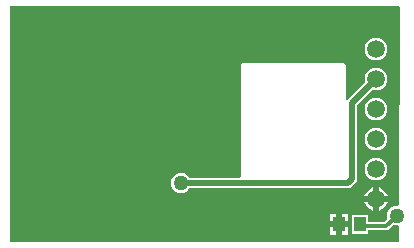
<source format=gbr>
%TF.GenerationSoftware,Altium Limited,Altium Designer,21.2.1 (34)*%
G04 Layer_Physical_Order=2*
G04 Layer_Color=16711680*
%FSLAX26Y26*%
%MOIN*%
%TF.SameCoordinates,A0A043E5-24E2-464B-A4FE-AC519CE3A301*%
%TF.FilePolarity,Positive*%
%TF.FileFunction,Copper,L2,Bot,Signal*%
%TF.Part,Single*%
G01*
G75*
%TA.AperFunction,Conductor*%
%ADD12C,0.019685*%
%TA.AperFunction,ComponentPad*%
%ADD13C,0.059055*%
%TA.AperFunction,ViaPad*%
%ADD14C,0.050000*%
%TA.AperFunction,SMDPad,CuDef*%
%ADD15R,0.039370X0.049213*%
%TA.AperFunction,Conductor*%
%ADD16C,0.011811*%
G36*
X1375575Y866142D02*
X1379105Y862601D01*
X1377339Y204436D01*
X1372327Y200052D01*
X1368110Y200608D01*
X1359495Y199473D01*
X1351468Y196148D01*
X1344574Y190859D01*
X1339285Y183965D01*
X1335960Y175938D01*
X1334825Y167323D01*
X1335960Y158708D01*
X1336980Y156244D01*
X1327203Y146466D01*
X1273748D01*
Y170402D01*
X1218378D01*
Y105189D01*
X1273748D01*
Y118110D01*
X1333075D01*
X1338501Y119189D01*
X1343101Y122263D01*
X1357031Y136193D01*
X1359495Y135172D01*
X1368110Y134038D01*
X1372152Y134570D01*
X1377140Y130184D01*
X1377002Y78740D01*
X78740D01*
Y866142D01*
X1375575Y866142D01*
D02*
G37*
%LPC*%
G36*
X1299213Y760292D02*
X1289416Y759002D01*
X1280287Y755221D01*
X1272448Y749206D01*
X1266432Y741366D01*
X1262651Y732237D01*
X1261361Y722441D01*
X1262651Y712644D01*
X1266432Y703515D01*
X1272448Y695676D01*
X1280287Y689661D01*
X1289416Y685879D01*
X1299213Y684590D01*
X1309009Y685879D01*
X1318138Y689661D01*
X1325977Y695676D01*
X1331993Y703515D01*
X1335774Y712644D01*
X1337064Y722441D01*
X1335774Y732237D01*
X1331993Y741366D01*
X1325977Y749206D01*
X1318138Y755221D01*
X1309009Y759002D01*
X1299213Y760292D01*
D02*
G37*
G36*
X1190945Y675480D02*
X856299D01*
X853178Y674859D01*
X850532Y673091D01*
X848763Y670444D01*
X848143Y667323D01*
Y297244D01*
X843733Y293783D01*
X677243D01*
X673142Y299127D01*
X666249Y304416D01*
X658221Y307741D01*
X649606Y308875D01*
X640992Y307741D01*
X632964Y304416D01*
X626070Y299127D01*
X620781Y292233D01*
X617456Y284205D01*
X616322Y275591D01*
X617456Y266976D01*
X620781Y258948D01*
X626070Y252055D01*
X632964Y246765D01*
X640992Y243440D01*
X649606Y242306D01*
X658221Y243440D01*
X666249Y246765D01*
X673142Y252055D01*
X677243Y257399D01*
X1204367D01*
X1204367Y257398D01*
X1211329Y258783D01*
X1217231Y262727D01*
X1231493Y276990D01*
X1231494Y276990D01*
X1235437Y282892D01*
X1236822Y289853D01*
X1236822Y289854D01*
Y534323D01*
X1288682Y586183D01*
X1289416Y585879D01*
X1299213Y584590D01*
X1309009Y585879D01*
X1318138Y589661D01*
X1325977Y595676D01*
X1331993Y603515D01*
X1335774Y612644D01*
X1337064Y622441D01*
X1335774Y632237D01*
X1331993Y641366D01*
X1325977Y649206D01*
X1318138Y655221D01*
X1309009Y659002D01*
X1299213Y660292D01*
X1289416Y659002D01*
X1280287Y655221D01*
X1272448Y649206D01*
X1266432Y641366D01*
X1262651Y632237D01*
X1261361Y622441D01*
X1262651Y612644D01*
X1262955Y611911D01*
X1205766Y554722D01*
X1204102Y552231D01*
X1199102Y553748D01*
Y667323D01*
X1198481Y670444D01*
X1196713Y673091D01*
X1194066Y674859D01*
X1190945Y675480D01*
D02*
G37*
G36*
X1299213Y560292D02*
X1289416Y559002D01*
X1280287Y555221D01*
X1272448Y549206D01*
X1266432Y541366D01*
X1262651Y532237D01*
X1261361Y522441D01*
X1262651Y512644D01*
X1266432Y503515D01*
X1272448Y495676D01*
X1280287Y489661D01*
X1289416Y485879D01*
X1299213Y484590D01*
X1309009Y485879D01*
X1318138Y489661D01*
X1325977Y495676D01*
X1331993Y503515D01*
X1335774Y512644D01*
X1337064Y522441D01*
X1335774Y532237D01*
X1331993Y541366D01*
X1325977Y549206D01*
X1318138Y555221D01*
X1309009Y559002D01*
X1299213Y560292D01*
D02*
G37*
G36*
Y460292D02*
X1289416Y459002D01*
X1280287Y455221D01*
X1272448Y449206D01*
X1266432Y441366D01*
X1262651Y432238D01*
X1261361Y422441D01*
X1262651Y412644D01*
X1266432Y403515D01*
X1272448Y395676D01*
X1280287Y389661D01*
X1289416Y385879D01*
X1299213Y384590D01*
X1309009Y385879D01*
X1318138Y389661D01*
X1325977Y395676D01*
X1331993Y403515D01*
X1335774Y412644D01*
X1337064Y422441D01*
X1335774Y432238D01*
X1331993Y441366D01*
X1325977Y449206D01*
X1318138Y455221D01*
X1309009Y459002D01*
X1299213Y460292D01*
D02*
G37*
G36*
Y360292D02*
X1289416Y359002D01*
X1280287Y355221D01*
X1272448Y349206D01*
X1266432Y341366D01*
X1262651Y332238D01*
X1261361Y322441D01*
X1262651Y312644D01*
X1266432Y303515D01*
X1272448Y295676D01*
X1280287Y289661D01*
X1289416Y285879D01*
X1299213Y284590D01*
X1309009Y285879D01*
X1318138Y289661D01*
X1325977Y295676D01*
X1331993Y303515D01*
X1335774Y312644D01*
X1337064Y322441D01*
X1335774Y332238D01*
X1331993Y341366D01*
X1325977Y349206D01*
X1318138Y355221D01*
X1309009Y359002D01*
X1299213Y360292D01*
D02*
G37*
G36*
X1309213Y260993D02*
Y232441D01*
X1337765D01*
X1337723Y232760D01*
X1333740Y242375D01*
X1327404Y250632D01*
X1319147Y256968D01*
X1309531Y260951D01*
X1309213Y260993D01*
D02*
G37*
G36*
X1289213D02*
X1288894Y260951D01*
X1279278Y256968D01*
X1271021Y250632D01*
X1264685Y242375D01*
X1260703Y232760D01*
X1260660Y232441D01*
X1289213D01*
Y260993D01*
D02*
G37*
G36*
X1337765Y212441D02*
X1309213D01*
Y183889D01*
X1309531Y183931D01*
X1319147Y187914D01*
X1327404Y194250D01*
X1333740Y202507D01*
X1337723Y212122D01*
X1337765Y212441D01*
D02*
G37*
G36*
X1289213D02*
X1260660D01*
X1260703Y212122D01*
X1264685Y202507D01*
X1271021Y194250D01*
X1279278Y187914D01*
X1288894Y183931D01*
X1289213Y183889D01*
Y212441D01*
D02*
G37*
G36*
X1204882Y172402D02*
X1185197D01*
Y147795D01*
X1204882D01*
Y172402D01*
D02*
G37*
G36*
X1165197D02*
X1145512D01*
Y147795D01*
X1165197D01*
Y172402D01*
D02*
G37*
G36*
X1204882Y127795D02*
X1185197D01*
Y103189D01*
X1204882D01*
Y127795D01*
D02*
G37*
G36*
X1165197D02*
X1145512D01*
Y103189D01*
X1165197D01*
Y127795D01*
D02*
G37*
%LPD*%
D12*
X1218630Y289853D02*
Y541858D01*
X1299213Y622441D01*
X1204367Y275591D02*
X1218630Y289853D01*
X649606Y275591D02*
X1204367D01*
D13*
X1299213Y222441D02*
D03*
Y322441D02*
D03*
Y422441D02*
D03*
Y522441D02*
D03*
Y622441D02*
D03*
Y722441D02*
D03*
D14*
X1368110Y167323D02*
D03*
X649606Y275591D02*
D03*
X492126Y669291D02*
D03*
D15*
X1175197Y137795D02*
D03*
X1246063D02*
D03*
D16*
X1251570Y132288D01*
X1333075D02*
X1368110Y167323D01*
X1251570Y132288D02*
X1333075D01*
%TF.MD5,73b107f089414876b599d587f314ccf7*%
M02*

</source>
